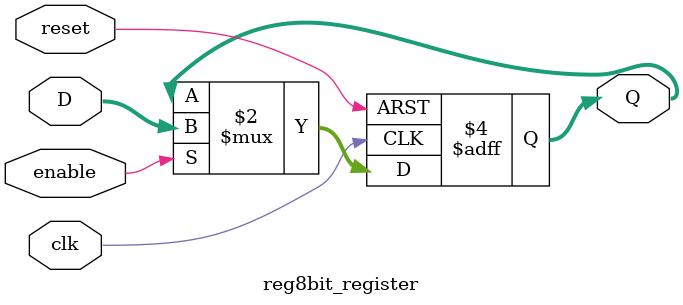
<source format=v>
module reg8bit_register (
    input [7:0] D,       // 8-bit data input
    input reset,         // Asynchronous reset
    input enable,        // Enable signal
    input clk,           // Clock signal
    output reg [7:0] Q   // 8-bit register output
);

    // Asynchronous reset and synchronous data storage
    always @ (posedge clk or posedge reset) begin
        if (reset) 
            Q <= 8'b00000000;  // Reset the register to 0
        else if (enable)
            Q <= D;            // Load data if enable is high
    end

endmodule

</source>
